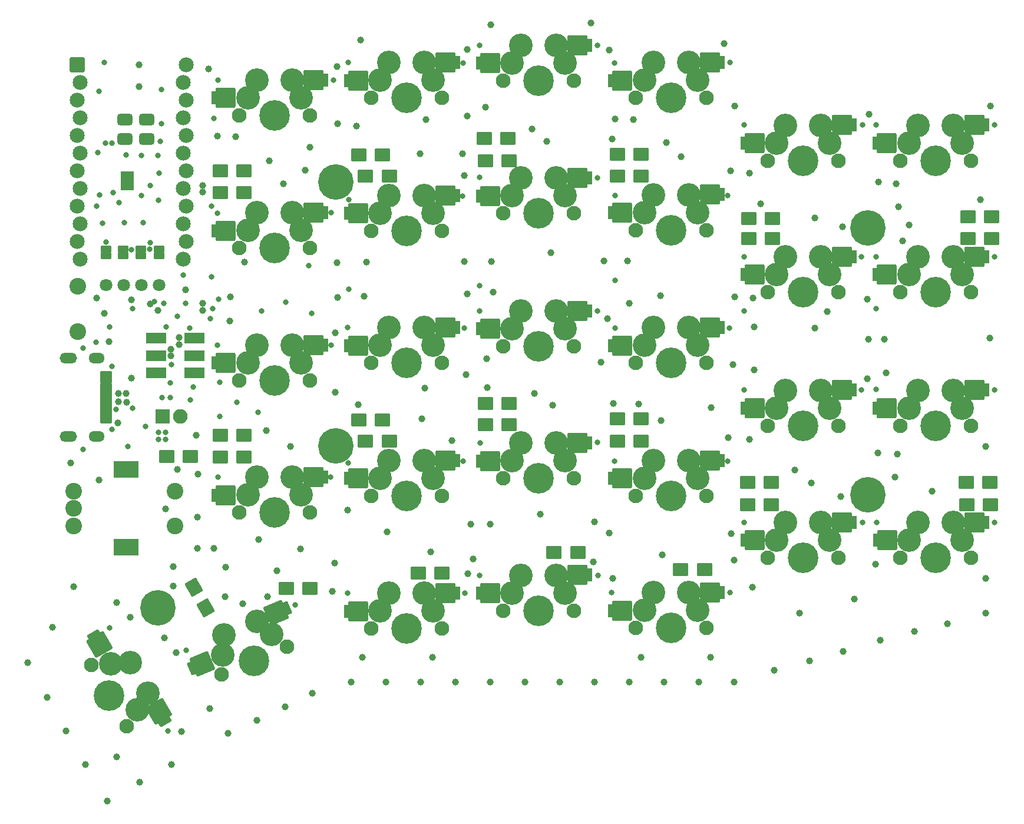
<source format=gbs>
G04 #@! TF.GenerationSoftware,KiCad,Pcbnew,9.0.0*
G04 #@! TF.CreationDate,2025-03-22T23:19:34+08:00*
G04 #@! TF.ProjectId,SofleKeyboard,536f666c-654b-4657-9962-6f6172642e6b,rev?*
G04 #@! TF.SameCoordinates,Original*
G04 #@! TF.FileFunction,Soldermask,Bot*
G04 #@! TF.FilePolarity,Negative*
%FSLAX46Y46*%
G04 Gerber Fmt 4.6, Leading zero omitted, Abs format (unit mm)*
G04 Created by KiCad (PCBNEW 9.0.0) date 2025-03-22 23:19:34*
%MOMM*%
%LPD*%
G01*
G04 APERTURE LIST*
G04 Aperture macros list*
%AMRoundRect*
0 Rectangle with rounded corners*
0 $1 Rounding radius*
0 $2 $3 $4 $5 $6 $7 $8 $9 X,Y pos of 4 corners*
0 Add a 4 corners polygon primitive as box body*
4,1,4,$2,$3,$4,$5,$6,$7,$8,$9,$2,$3,0*
0 Add four circle primitives for the rounded corners*
1,1,$1+$1,$2,$3*
1,1,$1+$1,$4,$5*
1,1,$1+$1,$6,$7*
1,1,$1+$1,$8,$9*
0 Add four rect primitives between the rounded corners*
20,1,$1+$1,$2,$3,$4,$5,0*
20,1,$1+$1,$4,$5,$6,$7,0*
20,1,$1+$1,$6,$7,$8,$9,0*
20,1,$1+$1,$8,$9,$2,$3,0*%
%AMFreePoly0*
4,1,41,2.776539,1.434775,2.811894,1.420130,2.884485,1.368623,2.920130,1.311894,2.934775,1.276539,2.950000,1.200000,2.950000,-1.200000,2.934775,-1.276539,2.920130,-1.311894,2.868623,-1.384485,2.811894,-1.420130,2.776539,-1.434775,2.700000,-1.450000,0.300000,-1.450000,0.223461,-1.434775,0.188106,-1.420130,0.115515,-1.368623,0.079870,-1.311894,0.065225,-1.276539,0.050000,-1.200000,
0.050000,-0.950000,-0.350000,-0.950000,-0.436777,-0.930194,-0.506366,-0.874698,-0.544986,-0.794504,-0.550000,-0.750000,-0.550000,0.750000,-0.530194,0.836777,-0.474698,0.906366,-0.394504,0.944986,-0.350000,0.950000,0.050000,0.950000,0.050000,1.200000,0.065225,1.276539,0.079870,1.311894,0.131377,1.384485,0.188106,1.420130,0.223461,1.434775,0.300000,1.450000,2.700000,1.450000,
2.776539,1.434775,2.776539,1.434775,$1*%
%AMFreePoly1*
4,1,44,-0.323461,1.434775,-0.288106,1.420130,-0.215515,1.368623,-0.179870,1.311894,-0.165225,1.276539,-0.150000,1.200000,-0.150000,0.950000,0.350000,0.950000,0.436777,0.930194,0.506366,0.874698,0.544986,0.794504,0.550000,0.750000,0.550000,-0.750000,0.530194,-0.836777,0.474698,-0.906366,0.394504,-0.944986,0.350000,-0.950000,-0.150000,-0.950000,-0.150000,-1.200000,-0.165225,-1.276539,
-0.179870,-1.311894,-0.231377,-1.384485,-0.288106,-1.420130,-0.323461,-1.434775,-0.400000,-1.450000,-2.300000,-1.450000,-2.366203,-1.438725,-2.397438,-1.427768,-2.456174,-1.395217,-2.956174,-0.995217,-3.006429,-0.935517,-3.024888,-0.901996,-3.049388,-0.816588,-3.049694,-0.811066,-3.050000,-0.800000,-3.050000,1.200000,-3.034775,1.276539,-3.020130,1.311894,-2.968623,1.384485,-2.911894,1.420130,
-2.876539,1.434775,-2.800000,1.450000,-0.400000,1.450000,-0.323461,1.434775,-0.323461,1.434775,$1*%
G04 Aperture macros list end*
%ADD10C,5.100000*%
%ADD11RoundRect,0.200000X-0.876300X0.876300X-0.876300X-0.876300X0.876300X-0.876300X0.876300X0.876300X0*%
%ADD12C,2.152600*%
%ADD13RoundRect,0.200000X-0.900000X-0.750000X0.900000X-0.750000X0.900000X0.750000X-0.900000X0.750000X0*%
%ADD14RoundRect,0.200000X-1.099519X0.404423X-0.199519X-1.154423X1.099519X-0.404423X0.199519X1.154423X0*%
%ADD15C,2.100000*%
%ADD16C,3.400000*%
%ADD17C,4.400000*%
%ADD18FreePoly0,0.000000*%
%ADD19FreePoly1,0.000000*%
%ADD20FreePoly0,300.000000*%
%ADD21FreePoly1,300.000000*%
%ADD22FreePoly0,23.000000*%
%ADD23FreePoly1,23.000000*%
%ADD24C,1.797000*%
%ADD25C,2.400000*%
%ADD26RoundRect,0.200000X-1.600000X-1.000000X1.600000X-1.000000X1.600000X1.000000X-1.600000X1.000000X0*%
%ADD27RoundRect,0.200000X0.850000X-0.850000X0.850000X0.850000X-0.850000X0.850000X-0.850000X-0.850000X0*%
%ADD28O,2.100000X2.100000*%
%ADD29O,2.300000X1.500000*%
%ADD30O,2.500000X1.500000*%
%ADD31RoundRect,0.330000X-0.745000X0.495000X-0.745000X-0.495000X0.745000X-0.495000X0.745000X0.495000X0*%
%ADD32RoundRect,0.200000X0.571500X-0.317500X0.571500X0.317500X-0.571500X0.317500X-0.571500X-0.317500X0*%
%ADD33RoundRect,0.200000X-0.750000X0.500000X-0.750000X-0.500000X0.750000X-0.500000X0.750000X0.500000X0*%
%ADD34RoundRect,0.200000X-1.250000X0.600000X-1.250000X-0.600000X1.250000X-0.600000X1.250000X0.600000X0*%
%ADD35RoundRect,0.200000X0.650000X-0.300000X0.650000X0.300000X-0.650000X0.300000X-0.650000X-0.300000X0*%
%ADD36RoundRect,0.200000X0.650000X-0.150000X0.650000X0.150000X-0.650000X0.150000X-0.650000X-0.150000X0*%
%ADD37C,0.800000*%
%ADD38C,1.000000*%
G04 APERTURE END LIST*
D10*
X129300000Y-59600000D03*
X205800000Y-66210000D03*
X205800000Y-104510000D03*
X103800000Y-120810000D03*
D11*
X92151400Y-42740000D03*
D12*
X92608600Y-45280000D03*
X92151400Y-47820000D03*
X92608600Y-50360000D03*
X92151400Y-52900000D03*
X92608600Y-55440000D03*
X92151400Y-57980000D03*
X92608600Y-60520000D03*
X92151400Y-63060000D03*
X92608600Y-65600000D03*
X92151400Y-68140000D03*
X92608600Y-70680000D03*
X107391400Y-70680000D03*
X107848600Y-68140000D03*
X107391400Y-65600000D03*
X107848600Y-63060000D03*
X107391400Y-60520000D03*
X107848600Y-57980000D03*
X107391400Y-55440000D03*
X107848600Y-52900000D03*
X107391400Y-50360000D03*
X107848600Y-47820000D03*
X107391400Y-45280000D03*
X107848600Y-42740000D03*
D13*
X112700000Y-58000000D03*
X116100000Y-58000000D03*
X132600000Y-55700000D03*
X136000000Y-55700000D03*
X150700000Y-53300000D03*
X154100000Y-53300000D03*
X169800000Y-55600000D03*
X173200000Y-55600000D03*
X188700000Y-64800000D03*
X192100000Y-64800000D03*
X220200000Y-64600000D03*
X223600000Y-64600000D03*
X112700000Y-61100000D03*
X116100000Y-61100000D03*
X133600000Y-58700000D03*
X137000000Y-58700000D03*
X150800000Y-56500000D03*
X154200000Y-56500000D03*
X169800000Y-58700000D03*
X173200000Y-58700000D03*
X188700000Y-67700000D03*
X192100000Y-67700000D03*
X220200000Y-67700000D03*
X223600000Y-67700000D03*
X112700000Y-96000000D03*
X116100000Y-96000000D03*
X132600000Y-93800000D03*
X136000000Y-93800000D03*
X150800000Y-91400000D03*
X154200000Y-91400000D03*
X169800000Y-93600000D03*
X173200000Y-93600000D03*
X188500000Y-102800000D03*
X191900000Y-102800000D03*
X219900000Y-102800000D03*
X223300000Y-102800000D03*
X112700000Y-99100000D03*
X116100000Y-99100000D03*
X133600000Y-96800000D03*
X137000000Y-96800000D03*
X150800000Y-94500000D03*
X154200000Y-94500000D03*
X169800000Y-96800000D03*
X173200000Y-96800000D03*
X188500000Y-106000000D03*
X191900000Y-106000000D03*
X220000000Y-106000000D03*
X223400000Y-106000000D03*
X105000000Y-99010000D03*
X108400000Y-99010000D03*
D14*
X108950000Y-117827757D03*
X110650000Y-120772243D03*
D13*
X122200000Y-118000000D03*
X125600000Y-118000000D03*
X141200000Y-115800000D03*
X144600000Y-115800000D03*
X160700000Y-112810000D03*
X164100000Y-112810000D03*
D15*
X115420000Y-50000000D03*
D16*
X116690000Y-47459999D03*
X117960000Y-44920000D03*
D17*
X120500000Y-50000000D03*
D16*
X123040000Y-44920000D03*
X124310000Y-47460000D03*
D15*
X125580000Y-50000000D03*
D18*
X112000000Y-47500000D03*
D19*
X127700000Y-44900000D03*
D15*
X115420000Y-69100000D03*
D16*
X116690000Y-66559999D03*
X117960000Y-64020000D03*
D17*
X120500000Y-69100000D03*
D16*
X123040000Y-64020000D03*
X124310000Y-66560000D03*
D15*
X125580000Y-69100000D03*
D18*
X112000000Y-66600000D03*
D19*
X127700000Y-64000000D03*
D15*
X115420000Y-88100000D03*
D16*
X116690000Y-85559999D03*
X117960000Y-83020000D03*
D17*
X120500000Y-88100000D03*
D16*
X123040000Y-83020000D03*
X124310000Y-85560000D03*
D15*
X125580000Y-88100000D03*
D18*
X112000000Y-85600000D03*
D19*
X127700000Y-83000000D03*
D15*
X115420000Y-107100000D03*
D16*
X116690000Y-104559999D03*
X117960000Y-102020000D03*
D17*
X120500000Y-107100000D03*
D16*
X123040000Y-102020000D03*
X124310000Y-104560000D03*
D15*
X125580000Y-107100000D03*
D18*
X112000000Y-104600000D03*
D19*
X127700000Y-102000000D03*
D15*
X94160000Y-129010591D03*
D16*
X96994705Y-128840443D03*
X99829409Y-128670295D03*
D17*
X96700000Y-133410000D03*
D16*
X102369409Y-133069705D03*
X100804705Y-135439557D03*
D15*
X99240000Y-137809409D03*
D20*
X94615064Y-124798784D03*
D21*
X104716730Y-137095383D03*
D15*
X112923835Y-130384914D03*
D16*
X113100419Y-127550602D03*
X113277004Y-124716292D03*
D17*
X117600000Y-128400000D03*
D16*
X117953168Y-122731378D03*
X120114666Y-124573232D03*
D15*
X122276165Y-126415086D03*
D22*
X108798881Y-129419952D03*
D23*
X122234906Y-120892161D03*
D15*
X134420000Y-123800000D03*
D16*
X135690000Y-121259999D03*
X136960000Y-118720000D03*
D17*
X139500000Y-123800000D03*
D16*
X142040000Y-118720000D03*
X143310000Y-121260000D03*
D15*
X144580000Y-123800000D03*
D18*
X131000000Y-121300000D03*
D19*
X146700000Y-118700000D03*
D15*
X153420000Y-121200000D03*
D16*
X154690000Y-118659999D03*
X155960000Y-116120000D03*
D17*
X158500000Y-121200000D03*
D16*
X161040000Y-116120000D03*
X162310000Y-118660000D03*
D15*
X163580000Y-121200000D03*
D18*
X150000000Y-118700000D03*
D19*
X165700000Y-116100000D03*
D24*
X96300000Y-74410000D03*
X98840000Y-74410000D03*
X101380000Y-74410000D03*
X103920000Y-74410000D03*
D13*
X178900000Y-115310000D03*
X182300000Y-115310000D03*
D15*
X134420000Y-85600000D03*
D16*
X135690000Y-83059999D03*
X136960000Y-80520000D03*
D17*
X139500000Y-85600000D03*
D16*
X142040000Y-80520000D03*
X143310000Y-83060000D03*
D15*
X144580000Y-85600000D03*
D18*
X131000000Y-83100000D03*
D19*
X146700000Y-80500000D03*
D15*
X134420000Y-104700000D03*
D16*
X135690000Y-102159999D03*
X136960000Y-99620000D03*
D17*
X139500000Y-104700000D03*
D16*
X142040000Y-99620000D03*
X143310000Y-102160000D03*
D15*
X144580000Y-104700000D03*
D18*
X131000000Y-102200000D03*
D19*
X146700000Y-99600000D03*
D15*
X134420000Y-66600000D03*
D16*
X135690000Y-64059999D03*
X136960000Y-61520000D03*
D17*
X139500000Y-66600000D03*
D16*
X142040000Y-61520000D03*
X143310000Y-64060000D03*
D15*
X144580000Y-66600000D03*
D18*
X131000000Y-64100000D03*
D19*
X146700000Y-61500000D03*
D15*
X134420000Y-47500000D03*
D16*
X135690000Y-44959999D03*
X136960000Y-42420000D03*
D17*
X139500000Y-47500000D03*
D16*
X142040000Y-42420000D03*
X143310000Y-44960000D03*
D15*
X144580000Y-47500000D03*
D18*
X131000000Y-45000000D03*
D19*
X146700000Y-42400000D03*
D15*
X153420000Y-83200000D03*
D16*
X154690000Y-80659999D03*
X155960000Y-78120000D03*
D17*
X158500000Y-83200000D03*
D16*
X161040000Y-78120000D03*
X162310000Y-80660000D03*
D15*
X163580000Y-83200000D03*
D18*
X150000000Y-80700000D03*
D19*
X165700000Y-78100000D03*
D15*
X153420000Y-45010000D03*
D16*
X154690000Y-42469999D03*
X155960000Y-39930000D03*
D17*
X158500000Y-45010000D03*
D16*
X161040000Y-39930000D03*
X162310000Y-42470000D03*
D15*
X163580000Y-45010000D03*
D18*
X150000000Y-42510000D03*
D19*
X165700000Y-39910000D03*
D15*
X153420000Y-64100000D03*
D16*
X154690000Y-61559999D03*
X155960000Y-59020000D03*
D17*
X158500000Y-64100000D03*
D16*
X161040000Y-59020000D03*
X162310000Y-61560000D03*
D15*
X163580000Y-64100000D03*
D18*
X150000000Y-61600000D03*
D19*
X165700000Y-59000000D03*
D15*
X153420000Y-102200000D03*
D16*
X154690000Y-99659999D03*
X155960000Y-97120000D03*
D17*
X158500000Y-102200000D03*
D16*
X161040000Y-97120000D03*
X162310000Y-99660000D03*
D15*
X163580000Y-102200000D03*
D18*
X150000000Y-99700000D03*
D19*
X165700000Y-97100000D03*
D15*
X172420000Y-104700000D03*
D16*
X173690000Y-102159999D03*
X174960000Y-99620000D03*
D17*
X177500000Y-104700000D03*
D16*
X180040000Y-99620000D03*
X181310000Y-102160000D03*
D15*
X182580000Y-104700000D03*
D18*
X169000000Y-102200000D03*
D19*
X184700000Y-99600000D03*
D15*
X172420000Y-66500000D03*
D16*
X173690000Y-63959999D03*
X174960000Y-61420000D03*
D17*
X177500000Y-66500000D03*
D16*
X180040000Y-61420000D03*
X181310000Y-63960000D03*
D15*
X182580000Y-66500000D03*
D18*
X169000000Y-64000000D03*
D19*
X184700000Y-61400000D03*
D15*
X172420000Y-123700000D03*
D16*
X173690000Y-121159999D03*
X174960000Y-118620000D03*
D17*
X177500000Y-123700000D03*
D16*
X180040000Y-118620000D03*
X181310000Y-121160000D03*
D15*
X182580000Y-123700000D03*
D18*
X169000000Y-121200000D03*
D19*
X184700000Y-118600000D03*
D15*
X172420000Y-85600000D03*
D16*
X173690000Y-83059999D03*
X174960000Y-80520000D03*
D17*
X177500000Y-85600000D03*
D16*
X180040000Y-80520000D03*
X181310000Y-83060000D03*
D15*
X182580000Y-85600000D03*
D18*
X169000000Y-83100000D03*
D19*
X184700000Y-80500000D03*
D15*
X172420000Y-47500000D03*
D16*
X173690000Y-44959999D03*
X174960000Y-42420000D03*
D17*
X177500000Y-47500000D03*
D16*
X180040000Y-42420000D03*
X181310000Y-44960000D03*
D15*
X182580000Y-47500000D03*
D18*
X169000000Y-45000000D03*
D19*
X184700000Y-42400000D03*
D15*
X191420000Y-56500000D03*
D16*
X192690000Y-53959999D03*
X193960000Y-51420000D03*
D17*
X196500000Y-56500000D03*
D16*
X199040000Y-51420000D03*
X200310000Y-53960000D03*
D15*
X201580000Y-56500000D03*
D18*
X188000000Y-54000000D03*
D19*
X203700000Y-51400000D03*
D15*
X191420000Y-113600000D03*
D16*
X192690000Y-111059999D03*
X193960000Y-108520000D03*
D17*
X196500000Y-113600000D03*
D16*
X199040000Y-108520000D03*
X200310000Y-111060000D03*
D15*
X201580000Y-113600000D03*
D18*
X188000000Y-111100000D03*
D19*
X203700000Y-108500000D03*
D15*
X210420000Y-94600000D03*
D16*
X211690000Y-92059999D03*
X212960000Y-89520000D03*
D17*
X215500000Y-94600000D03*
D16*
X218040000Y-89520000D03*
X219310000Y-92060000D03*
D15*
X220580000Y-94600000D03*
D18*
X207000000Y-92100000D03*
D19*
X222700000Y-89500000D03*
D15*
X210470000Y-113600000D03*
D16*
X211740000Y-111059999D03*
X213010000Y-108520000D03*
D17*
X215550000Y-113600000D03*
D16*
X218090000Y-108520000D03*
X219360000Y-111060000D03*
D15*
X220630000Y-113600000D03*
D18*
X207050000Y-111100000D03*
D19*
X222750000Y-108500000D03*
D15*
X210420000Y-56500000D03*
D16*
X211690000Y-53959999D03*
X212960000Y-51420000D03*
D17*
X215500000Y-56500000D03*
D16*
X218040000Y-51420000D03*
X219310000Y-53960000D03*
D15*
X220580000Y-56500000D03*
D18*
X207000000Y-54000000D03*
D19*
X222700000Y-51400000D03*
D15*
X210420000Y-75400000D03*
D16*
X211690000Y-72859999D03*
X212960000Y-70320000D03*
D17*
X215500000Y-75400000D03*
D16*
X218040000Y-70320000D03*
X219310000Y-72860000D03*
D15*
X220580000Y-75400000D03*
D18*
X207000000Y-72900000D03*
D19*
X222700000Y-70300000D03*
D15*
X191420000Y-94600000D03*
D16*
X192690000Y-92059999D03*
X193960000Y-89520000D03*
D17*
X196500000Y-94600000D03*
D16*
X199040000Y-89520000D03*
X200310000Y-92060000D03*
D15*
X201580000Y-94600000D03*
D18*
X188000000Y-92100000D03*
D19*
X203700000Y-89500000D03*
D15*
X191420000Y-75400000D03*
D16*
X192690000Y-72859999D03*
X193960000Y-70320000D03*
D17*
X196500000Y-75400000D03*
D16*
X199040000Y-70320000D03*
X200310000Y-72860000D03*
D15*
X201580000Y-75400000D03*
D18*
X188000000Y-72900000D03*
D19*
X203700000Y-70300000D03*
D10*
X129300000Y-97510000D03*
D25*
X91700000Y-104000000D03*
X91700000Y-109000000D03*
X91700000Y-106500000D03*
D26*
X99200000Y-100900000D03*
X99200000Y-112100000D03*
D25*
X106200000Y-109000000D03*
X106200000Y-104000000D03*
X92280000Y-81052000D03*
X92280000Y-74552000D03*
D27*
X104405000Y-93252000D03*
D28*
X106945000Y-93252000D03*
D29*
X94940000Y-84892000D03*
D30*
X90940000Y-84892000D03*
D29*
X94940000Y-96132000D03*
D30*
X90940000Y-96132000D03*
D31*
X102200000Y-50610000D03*
X102200000Y-53410000D03*
X99000000Y-50610000D03*
X99000000Y-53410000D03*
D32*
X101300000Y-70200380D03*
X101300000Y-69199620D03*
X98800000Y-70200380D03*
X98800000Y-69199620D03*
X96300000Y-70200380D03*
X96300000Y-69199620D03*
X103900000Y-70200380D03*
X103900000Y-69199620D03*
D33*
X99400000Y-58760000D03*
X99400000Y-60060000D03*
D34*
X108980000Y-82052000D03*
X108980000Y-84552000D03*
X108980000Y-87052000D03*
X103480000Y-82052000D03*
X103480000Y-84552000D03*
X103480000Y-87052000D03*
D35*
X96290000Y-93762000D03*
X96290000Y-92962000D03*
D36*
X96290000Y-91762000D03*
X96290000Y-90762000D03*
X96290000Y-90262000D03*
X96290000Y-89262000D03*
D35*
X96290000Y-88062000D03*
X96290000Y-87262000D03*
X96290000Y-87262000D03*
X96290000Y-88062000D03*
D36*
X96290000Y-88762000D03*
X96290000Y-89762000D03*
X96290000Y-91262000D03*
X96290000Y-92262000D03*
D35*
X96290000Y-92962000D03*
X96290000Y-93762000D03*
D30*
X90940000Y-96132000D03*
D29*
X94940000Y-96132000D03*
D30*
X90940000Y-84892000D03*
D29*
X94940000Y-84892000D03*
D37*
X129000000Y-44910000D03*
X147600000Y-42500000D03*
X166900000Y-39910000D03*
X186000000Y-42410000D03*
X205000000Y-51410000D03*
X224000000Y-51410000D03*
X128700000Y-64000000D03*
X147500000Y-61600000D03*
X166900000Y-59010000D03*
X185600000Y-61500000D03*
X204900000Y-70310000D03*
X224000000Y-70310000D03*
X128700000Y-83000002D03*
X147800000Y-80600000D03*
X166900000Y-78110000D03*
X185900000Y-80600000D03*
X204900000Y-89510000D03*
X224000000Y-89510000D03*
X128600000Y-102000000D03*
X147600000Y-99700000D03*
X166900000Y-97010000D03*
X185600000Y-99700000D03*
X205000000Y-108510000D03*
X224000000Y-108510000D03*
X105200000Y-138510000D03*
X123500000Y-120410000D03*
X147900000Y-118710000D03*
D38*
X102640000Y-77082000D03*
D37*
X103278891Y-76750891D03*
X99988501Y-69316621D03*
D38*
X96290000Y-92962000D03*
X96290000Y-88062000D03*
D37*
X103930000Y-58352000D03*
D38*
X188750000Y-96610000D03*
X142330000Y-50652000D03*
X166500000Y-108460000D03*
D37*
X96300000Y-68200000D03*
D38*
X104880000Y-106552000D03*
X222730000Y-116552000D03*
D37*
X108380000Y-80602000D03*
D38*
X176030000Y-75902000D03*
D37*
X111480000Y-63052000D03*
D38*
X109530000Y-101602000D03*
X129280000Y-81252000D03*
X183255000Y-92052000D03*
X99780000Y-122152000D03*
X149030000Y-113752000D03*
X186530000Y-131452000D03*
X172080000Y-50602000D03*
X195930000Y-121552000D03*
X99930000Y-87752000D03*
X222730000Y-121552000D03*
X208430000Y-87002000D03*
X105680000Y-143352000D03*
D37*
X97130000Y-86052000D03*
D38*
X157530000Y-52002000D03*
X148080000Y-87302000D03*
X101080000Y-42752000D03*
X167430000Y-85452000D03*
X161530000Y-131452000D03*
X146030000Y-96727000D03*
D37*
X105580000Y-90602000D03*
D38*
X201890000Y-104782000D03*
X133180000Y-127877000D03*
X189250000Y-76260000D03*
X115950000Y-120210000D03*
X168630000Y-40652000D03*
X151580000Y-36952000D03*
X203805000Y-119527000D03*
X202130000Y-66052000D03*
D37*
X107430000Y-73002000D03*
D38*
X209850000Y-59810000D03*
X189450000Y-86610000D03*
X104730000Y-125152000D03*
X101180000Y-145852000D03*
D37*
X96830000Y-80452000D03*
D38*
X121830000Y-59802000D03*
X166300000Y-114210000D03*
D37*
X103780000Y-55752000D03*
D38*
X156530000Y-131452000D03*
X160230000Y-69777000D03*
X94930000Y-76252000D03*
X133700000Y-71060000D03*
X169480000Y-50502000D03*
X199980000Y-78202000D03*
X128850000Y-118410000D03*
X173180000Y-127877000D03*
X207280000Y-59602000D03*
X176280000Y-113152000D03*
X113880000Y-138802000D03*
D37*
X103880000Y-96552000D03*
D38*
X143180000Y-127877000D03*
X122830000Y-97602000D03*
X119780000Y-56502000D03*
X114080000Y-79552000D03*
X210180000Y-63152000D03*
X198130000Y-64752000D03*
X118205000Y-111002000D03*
X159680000Y-53702000D03*
X93380000Y-143352000D03*
D37*
X95130000Y-55352000D03*
D38*
X124250000Y-112360000D03*
X132280000Y-51552000D03*
X168330000Y-79252000D03*
X205730000Y-76402000D03*
X141730000Y-93602000D03*
X141530000Y-131452000D03*
D37*
X96080000Y-42402000D03*
D38*
X171530000Y-131452000D03*
X147530000Y-55502000D03*
D37*
X101630000Y-65452000D03*
D38*
X176080000Y-93852000D03*
X106530000Y-100902000D03*
X129580000Y-76152000D03*
D37*
X101430000Y-55752000D03*
D38*
X98030000Y-94252000D03*
D37*
X112680000Y-93252000D03*
D38*
X151650000Y-71010000D03*
X207230000Y-98502000D03*
X129280000Y-89852000D03*
X195280000Y-101002000D03*
X205730000Y-87852000D03*
X114980000Y-53060000D03*
X107130000Y-138552000D03*
X205980000Y-49852000D03*
D37*
X111330000Y-79252000D03*
D38*
X96030000Y-78452000D03*
X119500000Y-119160000D03*
X129580000Y-51202000D03*
X107730000Y-75052000D03*
X118030000Y-137002000D03*
X119303662Y-95296143D03*
X206930000Y-114502000D03*
D37*
X105730000Y-85852000D03*
D38*
X91680000Y-117752000D03*
D37*
X104380000Y-90602000D03*
D38*
X223380000Y-48702000D03*
D37*
X115130000Y-91252000D03*
D38*
X186380000Y-85852000D03*
X129180000Y-114352000D03*
X208200000Y-82160000D03*
X150830000Y-48852000D03*
X183180000Y-127877000D03*
X197430000Y-128452000D03*
X109305000Y-96002000D03*
X197630000Y-102852000D03*
X190380000Y-62752000D03*
D37*
X95330000Y-46552000D03*
X102030000Y-94752000D03*
D38*
X91230000Y-100002000D03*
X151080000Y-89152000D03*
X221930000Y-62152000D03*
X113400000Y-119160000D03*
D37*
X125430000Y-71602000D03*
X118680000Y-78102000D03*
X104830000Y-96552000D03*
D38*
X189480000Y-80402000D03*
D37*
X105530000Y-88452000D03*
D38*
X125630000Y-54552000D03*
X176830000Y-53952000D03*
X141430000Y-55552000D03*
X148700000Y-108760000D03*
X169230000Y-91452000D03*
X186130000Y-110102000D03*
D37*
X104630000Y-77002000D03*
D38*
X87880000Y-133702000D03*
D37*
X92980000Y-98002000D03*
D38*
X99930000Y-76502000D03*
D37*
X95800000Y-65510000D03*
D38*
X168580000Y-110052000D03*
X112330000Y-53010000D03*
X142130000Y-89252000D03*
X132530000Y-91602000D03*
X124930000Y-57902000D03*
X122030000Y-135052000D03*
D37*
X96229300Y-53980700D03*
D38*
X185130000Y-39652000D03*
X132930000Y-39152000D03*
D37*
X92980000Y-83452000D03*
X122130000Y-76852000D03*
D38*
X198180000Y-80602000D03*
D37*
X112680000Y-88402000D03*
D38*
X129480000Y-71152000D03*
D37*
X103830000Y-62252000D03*
D38*
X209650000Y-102022000D03*
X176530000Y-131452000D03*
D37*
X111830000Y-50452000D03*
X97730000Y-92262000D03*
D38*
X148180000Y-40552000D03*
X101030000Y-45902000D03*
X178980000Y-55952000D03*
X148300000Y-115910000D03*
X125980000Y-133102000D03*
X85080000Y-128702000D03*
X186680000Y-48652000D03*
D37*
X104280000Y-46252000D03*
D38*
X181530000Y-131452000D03*
X223280000Y-82002000D03*
X158730000Y-107327000D03*
D37*
X99430000Y-97602000D03*
X108430000Y-90952000D03*
X107780000Y-77002000D03*
D38*
X171230000Y-70902000D03*
X88580000Y-123552000D03*
X148230000Y-75702000D03*
D37*
X94880000Y-82652000D03*
D38*
X169030000Y-53402000D03*
X185730000Y-96352000D03*
X114180000Y-76102000D03*
X95330000Y-102452000D03*
X120850000Y-115460000D03*
X166530000Y-131452000D03*
X148180000Y-50102000D03*
X186030000Y-58002000D03*
X146530000Y-131452000D03*
X109480000Y-107802000D03*
X136530000Y-131452000D03*
X105950000Y-114860000D03*
D37*
X104300000Y-51210000D03*
D38*
X147805000Y-58677000D03*
X172880000Y-91502000D03*
D37*
X111680000Y-77802000D03*
X108864243Y-89022905D03*
D38*
X111080000Y-43352000D03*
X106350000Y-127210000D03*
X205850000Y-82210000D03*
D37*
X106530000Y-78902000D03*
D38*
X131530000Y-131452000D03*
X212480000Y-124202000D03*
X136680000Y-109902000D03*
D37*
X103880000Y-95552000D03*
D38*
X214980000Y-104052000D03*
D37*
X125830000Y-78452000D03*
D38*
X210030000Y-98702000D03*
D37*
X104830000Y-95552000D03*
D38*
X97880000Y-142227000D03*
X211680000Y-65752000D03*
X113500000Y-114960000D03*
D37*
X118130000Y-92702000D03*
D38*
X207530000Y-125452000D03*
X210755000Y-68052000D03*
X129530000Y-43002000D03*
X186550000Y-113910000D03*
X103730000Y-78052000D03*
X202230000Y-127052000D03*
X165980000Y-36752000D03*
X151930000Y-75402000D03*
X160480000Y-91702000D03*
D37*
X99180000Y-55702000D03*
D38*
X171530000Y-77002000D03*
X109450000Y-112210000D03*
D37*
X98930000Y-65452000D03*
D38*
X157830000Y-90002000D03*
X150980000Y-84952000D03*
X96480000Y-148552000D03*
X167880000Y-70902000D03*
D37*
X100130000Y-77752000D03*
D38*
X111800000Y-112260000D03*
X116230000Y-71127000D03*
X111205000Y-135252000D03*
X105930000Y-117702000D03*
D37*
X97130000Y-95152000D03*
X111430000Y-73202000D03*
D38*
X131005000Y-106727000D03*
D37*
X104105000Y-53777000D03*
D38*
X151530000Y-131452000D03*
X186650000Y-76110000D03*
X189200000Y-117810000D03*
X188780000Y-58302000D03*
D37*
X100130000Y-92102000D03*
D38*
X142980000Y-112752000D03*
D37*
X95380000Y-61452000D03*
D38*
X192330000Y-129802000D03*
X151550000Y-108810000D03*
D37*
X95000000Y-63060000D03*
D38*
X222700000Y-97560000D03*
X97800000Y-120010000D03*
X147800000Y-71010000D03*
X133380000Y-76052000D03*
X96730000Y-82552000D03*
D37*
X104930000Y-80452000D03*
D38*
X217230000Y-123052000D03*
X90580000Y-138502000D03*
X169100000Y-116560000D03*
D37*
X207100000Y-108510000D03*
X169000000Y-118610000D03*
X207000000Y-89410000D03*
X207000000Y-51410000D03*
X207000000Y-70310000D03*
X207000000Y-77810000D03*
X188000000Y-51410000D03*
X188000000Y-70310000D03*
X188000000Y-78110000D03*
X188000000Y-89510000D03*
X188000000Y-108510000D03*
X150000000Y-116110000D03*
X131000000Y-118710000D03*
X169400000Y-99700000D03*
X169500000Y-73710000D03*
X169500000Y-61500000D03*
X169400000Y-42500000D03*
X169500000Y-80600000D03*
X150000000Y-58910000D03*
X107800000Y-126910000D03*
X150000000Y-39910000D03*
X150000000Y-74460000D03*
X150000000Y-78110000D03*
X150100000Y-97110000D03*
X131200000Y-62110000D03*
X131100000Y-42410000D03*
X131200000Y-75010000D03*
X131100000Y-100010000D03*
X96800000Y-123710000D03*
X131000000Y-80510000D03*
X102700000Y-60110000D03*
X102700000Y-68300000D03*
X101400000Y-61510000D03*
X102600000Y-69200000D03*
X167000000Y-116110000D03*
X97200000Y-54010000D03*
X186000000Y-118610000D03*
X112400000Y-101999990D03*
X112399986Y-44900000D03*
X112499999Y-76410001D03*
X112300000Y-83000000D03*
X112300000Y-64100000D03*
X98200000Y-62510000D03*
D38*
X99180000Y-89952000D03*
X99303999Y-91276587D03*
D37*
X97323501Y-61136499D03*
D38*
X98130000Y-89952000D03*
X98130000Y-91152000D03*
X110230000Y-60052000D03*
X105630000Y-83602000D03*
X110180000Y-77052000D03*
X110180000Y-78052000D03*
X110230000Y-61052000D03*
X105630000Y-84552000D03*
X106830000Y-81952000D03*
X106830000Y-82952000D03*
M02*

</source>
